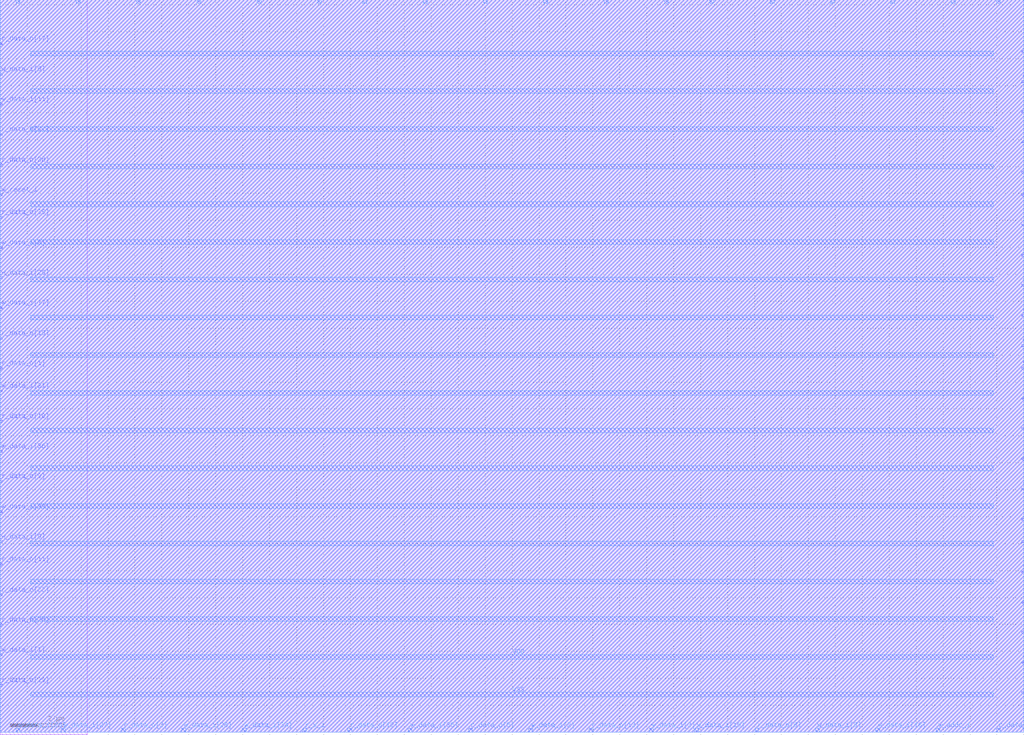
<source format=lef>
VERSION 5.8 ;
BUSBITCHARS "[]" ;
DIVIDERCHAR "/" ;
UNITS
    DATABASE MICRONS 2000 ;
END UNITS

MACRO bsg_mem_p38
  FOREIGN bsg_mem_p38 0 0 ;
  CLASS BLOCK ;
  SIZE 37.995 BY 27.2 ;
  PIN VSS
    USE GROUND ;
    DIRECTION INOUT ;
    PORT
      LAYER metal4 ;
        RECT  1.14 23.715 36.86 23.885 ;
        RECT  1.14 20.915 36.86 21.085 ;
        RECT  1.14 18.115 36.86 18.285 ;
        RECT  1.14 15.315 36.86 15.485 ;
        RECT  1.14 12.515 36.86 12.685 ;
        RECT  1.14 9.715 36.86 9.885 ;
        RECT  1.14 6.915 36.86 7.085 ;
        RECT  1.14 4.115 36.86 4.285 ;
        RECT  1.14 1.315 36.86 1.485 ;
    END
  END VSS
  PIN VDD
    USE POWER ;
    DIRECTION INOUT ;
    PORT
      LAYER metal4 ;
        RECT  1.14 25.115 36.86 25.285 ;
        RECT  1.14 22.315 36.86 22.485 ;
        RECT  1.14 19.515 36.86 19.685 ;
        RECT  1.14 16.715 36.86 16.885 ;
        RECT  1.14 13.915 36.86 14.085 ;
        RECT  1.14 11.115 36.86 11.285 ;
        RECT  1.14 8.315 36.86 8.485 ;
        RECT  1.14 5.515 36.86 5.685 ;
        RECT  1.14 2.715 36.86 2.885 ;
    END
  END VDD
  PIN r_addr_i
    DIRECTION INPUT ;
    USE SIGNAL ;
    PORT
      LAYER metal3 ;
        RECT  37.925 7.875 37.995 7.945 ;
    END
  END r_addr_i
  PIN r_data_o[0]
    DIRECTION OUTPUT ;
    USE SIGNAL ;
    PORT
      LAYER metal4 ;
        RECT  33.065 27.06 33.205 27.2 ;
    END
  END r_data_o[0]
  PIN r_data_o[10]
    DIRECTION OUTPUT ;
    USE SIGNAL ;
    PORT
      LAYER metal3 ;
        RECT  0 11.515 0.07 11.585 ;
    END
  END r_data_o[10]
  PIN r_data_o[11]
    DIRECTION OUTPUT ;
    USE SIGNAL ;
    PORT
      LAYER metal3 ;
        RECT  0 6.195 0.07 6.265 ;
    END
  END r_data_o[11]
  PIN r_data_o[12]
    DIRECTION OUTPUT ;
    USE SIGNAL ;
    PORT
      LAYER metal4 ;
        RECT  12.905 0 13.045 0.14 ;
    END
  END r_data_o[12]
  PIN r_data_o[13]
    DIRECTION OUTPUT ;
    USE SIGNAL ;
    PORT
      LAYER metal4 ;
        RECT  21.865 0 22.005 0.14 ;
    END
  END r_data_o[13]
  PIN r_data_o[14]
    DIRECTION OUTPUT ;
    USE SIGNAL ;
    PORT
      LAYER metal4 ;
        RECT  36.985 0 37.125 0.14 ;
    END
  END r_data_o[14]
  PIN r_data_o[15]
    DIRECTION OUTPUT ;
    USE SIGNAL ;
    PORT
      LAYER metal3 ;
        RECT  37.925 1.435 37.995 1.505 ;
    END
  END r_data_o[15]
  PIN r_data_o[16]
    DIRECTION OUTPUT ;
    USE SIGNAL ;
    PORT
      LAYER metal3 ;
        RECT  37.925 25.235 37.995 25.305 ;
    END
  END r_data_o[16]
  PIN r_data_o[17]
    DIRECTION OUTPUT ;
    USE SIGNAL ;
    PORT
      LAYER metal3 ;
        RECT  0 25.515 0.07 25.585 ;
    END
  END r_data_o[17]
  PIN r_data_o[18]
    DIRECTION OUTPUT ;
    USE SIGNAL ;
    PORT
      LAYER metal3 ;
        RECT  0 14.595 0.07 14.665 ;
    END
  END r_data_o[18]
  PIN r_data_o[19]
    DIRECTION OUTPUT ;
    USE SIGNAL ;
    PORT
      LAYER metal4 ;
        RECT  15.705 27.06 15.845 27.2 ;
    END
  END r_data_o[19]
  PIN r_data_o[1]
    DIRECTION OUTPUT ;
    USE SIGNAL ;
    PORT
      LAYER metal3 ;
        RECT  0 13.475 0.07 13.545 ;
    END
  END r_data_o[1]
  PIN r_data_o[20]
    DIRECTION OUTPUT ;
    USE SIGNAL ;
    PORT
      LAYER metal3 ;
        RECT  37.925 4.795 37.995 4.865 ;
    END
  END r_data_o[20]
  PIN r_data_o[21]
    DIRECTION OUTPUT ;
    USE SIGNAL ;
    PORT
      LAYER metal3 ;
        RECT  37.925 3.675 37.995 3.745 ;
    END
  END r_data_o[21]
  PIN r_data_o[22]
    DIRECTION OUTPUT ;
    USE SIGNAL ;
    PORT
      LAYER metal4 ;
        RECT  17.945 27.06 18.085 27.2 ;
    END
  END r_data_o[22]
  PIN r_data_o[23]
    DIRECTION OUTPUT ;
    USE SIGNAL ;
    PORT
      LAYER metal4 ;
        RECT  26.345 27.06 26.485 27.2 ;
    END
  END r_data_o[23]
  PIN r_data_o[24]
    DIRECTION OUTPUT ;
    USE SIGNAL ;
    PORT
      LAYER metal3 ;
        RECT  37.925 7.035 37.995 7.105 ;
    END
  END r_data_o[24]
  PIN r_data_o[25]
    DIRECTION OUTPUT ;
    USE SIGNAL ;
    PORT
      LAYER metal3 ;
        RECT  37.925 18.795 37.995 18.865 ;
    END
  END r_data_o[25]
  PIN r_data_o[26]
    DIRECTION OUTPUT ;
    USE SIGNAL ;
    PORT
      LAYER metal3 ;
        RECT  0 3.955 0.07 4.025 ;
    END
  END r_data_o[26]
  PIN r_data_o[27]
    DIRECTION OUTPUT ;
    USE SIGNAL ;
    PORT
      LAYER metal3 ;
        RECT  37.925 11.235 37.995 11.305 ;
    END
  END r_data_o[27]
  PIN r_data_o[28]
    DIRECTION OUTPUT ;
    USE SIGNAL ;
    PORT
      LAYER metal3 ;
        RECT  37.925 19.915 37.995 19.985 ;
    END
  END r_data_o[28]
  PIN r_data_o[29]
    DIRECTION OUTPUT ;
    USE SIGNAL ;
    PORT
      LAYER metal3 ;
        RECT  0 1.715 0.07 1.785 ;
    END
  END r_data_o[29]
  PIN r_data_o[2]
    DIRECTION OUTPUT ;
    USE SIGNAL ;
    PORT
      LAYER metal3 ;
        RECT  37.925 22.995 37.995 23.065 ;
    END
  END r_data_o[2]
  PIN r_data_o[30]
    DIRECTION OUTPUT ;
    USE SIGNAL ;
    PORT
      LAYER metal3 ;
        RECT  37.925 12.355 37.995 12.425 ;
    END
  END r_data_o[30]
  PIN r_data_o[31]
    DIRECTION OUTPUT ;
    USE SIGNAL ;
    PORT
      LAYER metal3 ;
        RECT  37.925 17.675 37.995 17.745 ;
    END
  END r_data_o[31]
  PIN r_data_o[32]
    DIRECTION OUTPUT ;
    USE SIGNAL ;
    PORT
      LAYER metal3 ;
        RECT  37.925 10.115 37.995 10.185 ;
    END
  END r_data_o[32]
  PIN r_data_o[33]
    DIRECTION OUTPUT ;
    USE SIGNAL ;
    PORT
      LAYER metal3 ;
        RECT  0 5.075 0.07 5.145 ;
    END
  END r_data_o[33]
  PIN r_data_o[34]
    DIRECTION OUTPUT ;
    USE SIGNAL ;
    PORT
      LAYER metal3 ;
        RECT  37.925 21.875 37.995 21.945 ;
    END
  END r_data_o[34]
  PIN r_data_o[35]
    DIRECTION OUTPUT ;
    USE SIGNAL ;
    PORT
      LAYER metal3 ;
        RECT  0 19.075 0.07 19.145 ;
    END
  END r_data_o[35]
  PIN r_data_o[36]
    DIRECTION OUTPUT ;
    USE SIGNAL ;
    PORT
      LAYER metal3 ;
        RECT  0 21.035 0.07 21.105 ;
    END
  END r_data_o[36]
  PIN r_data_o[37]
    DIRECTION OUTPUT ;
    USE SIGNAL ;
    PORT
      LAYER metal3 ;
        RECT  0 22.155 0.07 22.225 ;
    END
  END r_data_o[37]
  PIN r_data_o[3]
    DIRECTION OUTPUT ;
    USE SIGNAL ;
    PORT
      LAYER metal4 ;
        RECT  4.505 0 4.645 0.14 ;
    END
  END r_data_o[3]
  PIN r_data_o[4]
    DIRECTION OUTPUT ;
    USE SIGNAL ;
    PORT
      LAYER metal4 ;
        RECT  20.185 27.06 20.325 27.2 ;
    END
  END r_data_o[4]
  PIN r_data_o[5]
    DIRECTION OUTPUT ;
    USE SIGNAL ;
    PORT
      LAYER metal4 ;
        RECT  17.385 0 17.525 0.14 ;
    END
  END r_data_o[5]
  PIN r_data_o[6]
    DIRECTION OUTPUT ;
    USE SIGNAL ;
    PORT
      LAYER metal4 ;
        RECT  28.025 0 28.165 0.14 ;
    END
  END r_data_o[6]
  PIN r_data_o[7]
    DIRECTION OUTPUT ;
    USE SIGNAL ;
    PORT
      LAYER metal3 ;
        RECT  37.925 20.755 37.995 20.825 ;
    END
  END r_data_o[7]
  PIN r_data_o[8]
    DIRECTION OUTPUT ;
    USE SIGNAL ;
    PORT
      LAYER metal4 ;
        RECT  7.305 27.06 7.445 27.2 ;
    END
  END r_data_o[8]
  PIN r_data_o[9]
    DIRECTION OUTPUT ;
    USE SIGNAL ;
    PORT
      LAYER metal3 ;
        RECT  0 9.275 0.07 9.345 ;
    END
  END r_data_o[9]
  PIN r_v_i
    DIRECTION INPUT ;
    USE SIGNAL ;
    PORT
      LAYER metal4 ;
        RECT  11.225 0 11.365 0.14 ;
    END
  END r_v_i
  PIN w_addr_i
    DIRECTION INPUT ;
    USE SIGNAL ;
    PORT
      LAYER metal4 ;
        RECT  34.745 0 34.885 0.14 ;
    END
  END w_addr_i
  PIN w_clk_i
    DIRECTION INPUT ;
    USE SIGNAL ;
    PORT
      LAYER metal4 ;
        RECT  24.665 27.06 24.805 27.2 ;
    END
  END w_clk_i
  PIN w_data_i[0]
    DIRECTION INPUT ;
    USE SIGNAL ;
    PORT
      LAYER metal3 ;
        RECT  0 17.955 0.07 18.025 ;
    END
  END w_data_i[0]
  PIN w_data_i[10]
    DIRECTION INPUT ;
    USE SIGNAL ;
    PORT
      LAYER metal4 ;
        RECT  25.785 0 25.925 0.14 ;
    END
  END w_data_i[10]
  PIN w_data_i[11]
    DIRECTION INPUT ;
    USE SIGNAL ;
    PORT
      LAYER metal3 ;
        RECT  0 23.275 0.07 23.345 ;
    END
  END w_data_i[11]
  PIN w_data_i[12]
    DIRECTION INPUT ;
    USE SIGNAL ;
    PORT
      LAYER metal3 ;
        RECT  37.925 2.555 37.995 2.625 ;
    END
  END w_data_i[12]
  PIN w_data_i[13]
    DIRECTION INPUT ;
    USE SIGNAL ;
    PORT
      LAYER metal4 ;
        RECT  9.545 27.06 9.685 27.2 ;
    END
  END w_data_i[13]
  PIN w_data_i[14]
    DIRECTION INPUT ;
    USE SIGNAL ;
    PORT
      LAYER metal3 ;
        RECT  37.925 8.995 37.995 9.065 ;
    END
  END w_data_i[14]
  PIN w_data_i[15]
    DIRECTION INPUT ;
    USE SIGNAL ;
    PORT
      LAYER metal3 ;
        RECT  37.925 13.475 37.995 13.545 ;
    END
  END w_data_i[15]
  PIN w_data_i[16]
    DIRECTION INPUT ;
    USE SIGNAL ;
    PORT
      LAYER metal4 ;
        RECT  32.505 0 32.645 0.14 ;
    END
  END w_data_i[16]
  PIN w_data_i[17]
    DIRECTION INPUT ;
    USE SIGNAL ;
    PORT
      LAYER metal3 ;
        RECT  0 15.715 0.07 15.785 ;
    END
  END w_data_i[17]
  PIN w_data_i[18]
    DIRECTION INPUT ;
    USE SIGNAL ;
    PORT
      LAYER metal4 ;
        RECT  5.065 27.06 5.205 27.2 ;
    END
  END w_data_i[18]
  PIN w_data_i[19]
    DIRECTION INPUT ;
    USE SIGNAL ;
    PORT
      LAYER metal4 ;
        RECT  13.465 27.06 13.605 27.2 ;
    END
  END w_data_i[19]
  PIN w_data_i[1]
    DIRECTION INPUT ;
    USE SIGNAL ;
    PORT
      LAYER metal3 ;
        RECT  0 2.835 0.07 2.905 ;
    END
  END w_data_i[1]
  PIN w_data_i[20]
    DIRECTION INPUT ;
    USE SIGNAL ;
    PORT
      LAYER metal4 ;
        RECT  0.585 0 0.725 0.14 ;
    END
  END w_data_i[20]
  PIN w_data_i[21]
    DIRECTION INPUT ;
    USE SIGNAL ;
    PORT
      LAYER metal3 ;
        RECT  0 12.635 0.07 12.705 ;
    END
  END w_data_i[21]
  PIN w_data_i[22]
    DIRECTION INPUT ;
    USE SIGNAL ;
    PORT
      LAYER metal4 ;
        RECT  11.785 27.06 11.925 27.2 ;
    END
  END w_data_i[22]
  PIN w_data_i[23]
    DIRECTION INPUT ;
    USE SIGNAL ;
    PORT
      LAYER metal4 ;
        RECT  22.425 27.06 22.565 27.2 ;
    END
  END w_data_i[23]
  PIN w_data_i[24]
    DIRECTION INPUT ;
    USE SIGNAL ;
    PORT
      LAYER metal4 ;
        RECT  35.305 27.06 35.445 27.2 ;
    END
  END w_data_i[24]
  PIN w_data_i[25]
    DIRECTION INPUT ;
    USE SIGNAL ;
    PORT
      LAYER metal3 ;
        RECT  0 16.835 0.07 16.905 ;
    END
  END w_data_i[25]
  PIN w_data_i[26]
    DIRECTION INPUT ;
    USE SIGNAL ;
    PORT
      LAYER metal4 ;
        RECT  6.745 0 6.885 0.14 ;
    END
  END w_data_i[26]
  PIN w_data_i[27]
    DIRECTION INPUT ;
    USE SIGNAL ;
    PORT
      LAYER metal4 ;
        RECT  2.265 0 2.405 0.14 ;
    END
  END w_data_i[27]
  PIN w_data_i[28]
    DIRECTION INPUT ;
    USE SIGNAL ;
    PORT
      LAYER metal4 ;
        RECT  36.985 27.06 37.125 27.2 ;
    END
  END w_data_i[28]
  PIN w_data_i[29]
    DIRECTION INPUT ;
    USE SIGNAL ;
    PORT
      LAYER metal3 ;
        RECT  0 8.155 0.07 8.225 ;
    END
  END w_data_i[29]
  PIN w_data_i[2]
    DIRECTION INPUT ;
    USE SIGNAL ;
    PORT
      LAYER metal4 ;
        RECT  19.625 0 19.765 0.14 ;
    END
  END w_data_i[2]
  PIN w_data_i[30]
    DIRECTION INPUT ;
    USE SIGNAL ;
    PORT
      LAYER metal3 ;
        RECT  37.925 24.115 37.995 24.185 ;
    END
  END w_data_i[30]
  PIN w_data_i[31]
    DIRECTION INPUT ;
    USE SIGNAL ;
    PORT
      LAYER metal3 ;
        RECT  37.925 5.915 37.995 5.985 ;
    END
  END w_data_i[31]
  PIN w_data_i[32]
    DIRECTION INPUT ;
    USE SIGNAL ;
    PORT
      LAYER metal4 ;
        RECT  0.585 27.06 0.725 27.2 ;
    END
  END w_data_i[32]
  PIN w_data_i[33]
    DIRECTION INPUT ;
    USE SIGNAL ;
    PORT
      LAYER metal3 ;
        RECT  37.925 15.435 37.995 15.505 ;
    END
  END w_data_i[33]
  PIN w_data_i[34]
    DIRECTION INPUT ;
    USE SIGNAL ;
    PORT
      LAYER metal4 ;
        RECT  8.985 0 9.125 0.14 ;
    END
  END w_data_i[34]
  PIN w_data_i[35]
    DIRECTION INPUT ;
    USE SIGNAL ;
    PORT
      LAYER metal4 ;
        RECT  15.145 0 15.285 0.14 ;
    END
  END w_data_i[35]
  PIN w_data_i[36]
    DIRECTION INPUT ;
    USE SIGNAL ;
    PORT
      LAYER metal3 ;
        RECT  0 10.395 0.07 10.465 ;
    END
  END w_data_i[36]
  PIN w_data_i[37]
    DIRECTION INPUT ;
    USE SIGNAL ;
    PORT
      LAYER metal3 ;
        RECT  37.925 16.555 37.995 16.625 ;
    END
  END w_data_i[37]
  PIN w_data_i[3]
    DIRECTION INPUT ;
    USE SIGNAL ;
    PORT
      LAYER metal4 ;
        RECT  24.105 0 24.245 0.14 ;
    END
  END w_data_i[3]
  PIN w_data_i[4]
    DIRECTION INPUT ;
    USE SIGNAL ;
    PORT
      LAYER metal4 ;
        RECT  30.825 27.06 30.965 27.2 ;
    END
  END w_data_i[4]
  PIN w_data_i[5]
    DIRECTION INPUT ;
    USE SIGNAL ;
    PORT
      LAYER metal4 ;
        RECT  28.585 27.06 28.725 27.2 ;
    END
  END w_data_i[5]
  PIN w_data_i[6]
    DIRECTION INPUT ;
    USE SIGNAL ;
    PORT
      LAYER metal3 ;
        RECT  0 24.395 0.07 24.465 ;
    END
  END w_data_i[6]
  PIN w_data_i[7]
    DIRECTION INPUT ;
    USE SIGNAL ;
    PORT
      LAYER metal4 ;
        RECT  2.825 27.06 2.965 27.2 ;
    END
  END w_data_i[7]
  PIN w_data_i[8]
    DIRECTION INPUT ;
    USE SIGNAL ;
    PORT
      LAYER metal4 ;
        RECT  30.265 0 30.405 0.14 ;
    END
  END w_data_i[8]
  PIN w_data_i[9]
    DIRECTION INPUT ;
    USE SIGNAL ;
    PORT
      LAYER metal3 ;
        RECT  0 7.035 0.07 7.105 ;
    END
  END w_data_i[9]
  PIN w_reset_i
    DIRECTION INPUT ;
    USE SIGNAL ;
    PORT
      LAYER metal3 ;
        RECT  0 19.915 0.07 19.985 ;
    END
  END w_reset_i
  PIN w_v_i
    DIRECTION INPUT ;
    USE SIGNAL ;
    PORT
      LAYER metal3 ;
        RECT  37.925 14.315 37.995 14.385 ;
    END
  END w_v_i
  OBS
    LAYER metal1 ;
     RECT  0 -0.085 3.23 27.2 ;
     RECT  3.23 0 37.995 27.2 ;
    LAYER metal2 ;
     RECT  0 0 37.995 27.2 ;
    LAYER metal3 ;
     RECT  0 0 37.995 27.2 ;
    LAYER metal4 ;
     RECT  0 0 37.995 27.2 ;
  END
END bsg_mem_p38
END LIBRARY

</source>
